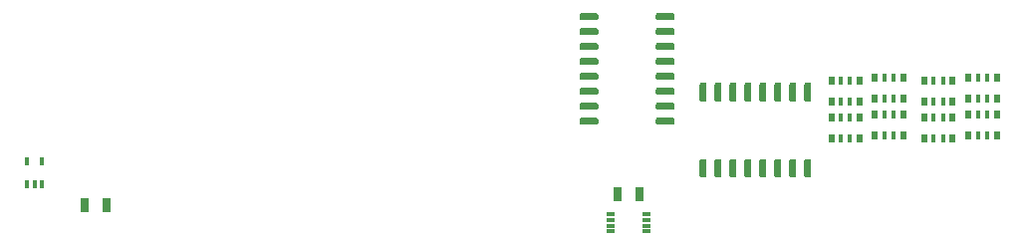
<source format=gbr>
G04 #@! TF.GenerationSoftware,KiCad,Pcbnew,(5.99.0-576-ga860ac506)*
G04 #@! TF.CreationDate,2020-08-23T19:59:58+02:00*
G04 #@! TF.ProjectId,50 pin to 34 pin Floppy Adapter,35302070-696e-4207-946f-203334207069,rev?*
G04 #@! TF.SameCoordinates,Original*
G04 #@! TF.FileFunction,Paste,Bot*
G04 #@! TF.FilePolarity,Positive*
%FSLAX46Y46*%
G04 Gerber Fmt 4.6, Leading zero omitted, Abs format (unit mm)*
G04 Created by KiCad (PCBNEW (5.99.0-576-ga860ac506)) date 2020-08-23 19:59:58*
%MOMM*%
%LPD*%
G04 APERTURE LIST*
%ADD10R,0.800000X0.300000*%
%ADD11R,0.400000X0.650000*%
%ADD12R,0.700000X1.300000*%
%ADD13R,0.500000X0.800000*%
%ADD14R,0.400000X0.800000*%
G04 APERTURE END LIST*
D10*
X85635500Y-39421500D03*
X85635500Y-38921500D03*
X85635500Y-38421500D03*
X85635500Y-37921500D03*
X88735500Y-37921500D03*
X88735500Y-38421500D03*
X88735500Y-38921500D03*
X88735500Y-39421500D03*
D11*
X37338000Y-33469500D03*
X36038000Y-33469500D03*
X36688000Y-35369500D03*
X36038000Y-35369500D03*
X37338000Y-35369500D03*
D12*
X88138000Y-36258500D03*
X86238000Y-36258500D03*
X40960000Y-37211000D03*
X42860000Y-37211000D03*
G36*
X84515903Y-29746918D02*
G01*
X84564566Y-29779434D01*
X84597082Y-29828097D01*
X84608500Y-29885500D01*
X84608500Y-30185500D01*
X84597082Y-30242903D01*
X84564566Y-30291566D01*
X84515903Y-30324082D01*
X84458500Y-30335500D01*
X83158500Y-30335500D01*
X83101097Y-30324082D01*
X83052434Y-30291566D01*
X83019918Y-30242903D01*
X83008500Y-30185500D01*
X83008500Y-29885500D01*
X83019918Y-29828097D01*
X83052434Y-29779434D01*
X83101097Y-29746918D01*
X83158500Y-29735500D01*
X84458500Y-29735500D01*
X84515903Y-29746918D01*
G37*
G36*
X84515903Y-28476918D02*
G01*
X84564566Y-28509434D01*
X84597082Y-28558097D01*
X84608500Y-28615500D01*
X84608500Y-28915500D01*
X84597082Y-28972903D01*
X84564566Y-29021566D01*
X84515903Y-29054082D01*
X84458500Y-29065500D01*
X83158500Y-29065500D01*
X83101097Y-29054082D01*
X83052434Y-29021566D01*
X83019918Y-28972903D01*
X83008500Y-28915500D01*
X83008500Y-28615500D01*
X83019918Y-28558097D01*
X83052434Y-28509434D01*
X83101097Y-28476918D01*
X83158500Y-28465500D01*
X84458500Y-28465500D01*
X84515903Y-28476918D01*
G37*
G36*
X84515903Y-27206918D02*
G01*
X84564566Y-27239434D01*
X84597082Y-27288097D01*
X84608500Y-27345500D01*
X84608500Y-27645500D01*
X84597082Y-27702903D01*
X84564566Y-27751566D01*
X84515903Y-27784082D01*
X84458500Y-27795500D01*
X83158500Y-27795500D01*
X83101097Y-27784082D01*
X83052434Y-27751566D01*
X83019918Y-27702903D01*
X83008500Y-27645500D01*
X83008500Y-27345500D01*
X83019918Y-27288097D01*
X83052434Y-27239434D01*
X83101097Y-27206918D01*
X83158500Y-27195500D01*
X84458500Y-27195500D01*
X84515903Y-27206918D01*
G37*
G36*
X84515903Y-25936918D02*
G01*
X84564566Y-25969434D01*
X84597082Y-26018097D01*
X84608500Y-26075500D01*
X84608500Y-26375500D01*
X84597082Y-26432903D01*
X84564566Y-26481566D01*
X84515903Y-26514082D01*
X84458500Y-26525500D01*
X83158500Y-26525500D01*
X83101097Y-26514082D01*
X83052434Y-26481566D01*
X83019918Y-26432903D01*
X83008500Y-26375500D01*
X83008500Y-26075500D01*
X83019918Y-26018097D01*
X83052434Y-25969434D01*
X83101097Y-25936918D01*
X83158500Y-25925500D01*
X84458500Y-25925500D01*
X84515903Y-25936918D01*
G37*
G36*
X84515903Y-24666918D02*
G01*
X84564566Y-24699434D01*
X84597082Y-24748097D01*
X84608500Y-24805500D01*
X84608500Y-25105500D01*
X84597082Y-25162903D01*
X84564566Y-25211566D01*
X84515903Y-25244082D01*
X84458500Y-25255500D01*
X83158500Y-25255500D01*
X83101097Y-25244082D01*
X83052434Y-25211566D01*
X83019918Y-25162903D01*
X83008500Y-25105500D01*
X83008500Y-24805500D01*
X83019918Y-24748097D01*
X83052434Y-24699434D01*
X83101097Y-24666918D01*
X83158500Y-24655500D01*
X84458500Y-24655500D01*
X84515903Y-24666918D01*
G37*
G36*
X84515903Y-23396918D02*
G01*
X84564566Y-23429434D01*
X84597082Y-23478097D01*
X84608500Y-23535500D01*
X84608500Y-23835500D01*
X84597082Y-23892903D01*
X84564566Y-23941566D01*
X84515903Y-23974082D01*
X84458500Y-23985500D01*
X83158500Y-23985500D01*
X83101097Y-23974082D01*
X83052434Y-23941566D01*
X83019918Y-23892903D01*
X83008500Y-23835500D01*
X83008500Y-23535500D01*
X83019918Y-23478097D01*
X83052434Y-23429434D01*
X83101097Y-23396918D01*
X83158500Y-23385500D01*
X84458500Y-23385500D01*
X84515903Y-23396918D01*
G37*
G36*
X84515903Y-22126918D02*
G01*
X84564566Y-22159434D01*
X84597082Y-22208097D01*
X84608500Y-22265500D01*
X84608500Y-22565500D01*
X84597082Y-22622903D01*
X84564566Y-22671566D01*
X84515903Y-22704082D01*
X84458500Y-22715500D01*
X83158500Y-22715500D01*
X83101097Y-22704082D01*
X83052434Y-22671566D01*
X83019918Y-22622903D01*
X83008500Y-22565500D01*
X83008500Y-22265500D01*
X83019918Y-22208097D01*
X83052434Y-22159434D01*
X83101097Y-22126918D01*
X83158500Y-22115500D01*
X84458500Y-22115500D01*
X84515903Y-22126918D01*
G37*
G36*
X84515903Y-20856918D02*
G01*
X84564566Y-20889434D01*
X84597082Y-20938097D01*
X84608500Y-20995500D01*
X84608500Y-21295500D01*
X84597082Y-21352903D01*
X84564566Y-21401566D01*
X84515903Y-21434082D01*
X84458500Y-21445500D01*
X83158500Y-21445500D01*
X83101097Y-21434082D01*
X83052434Y-21401566D01*
X83019918Y-21352903D01*
X83008500Y-21295500D01*
X83008500Y-20995500D01*
X83019918Y-20938097D01*
X83052434Y-20889434D01*
X83101097Y-20856918D01*
X83158500Y-20845500D01*
X84458500Y-20845500D01*
X84515903Y-20856918D01*
G37*
G36*
X91015903Y-20856918D02*
G01*
X91064566Y-20889434D01*
X91097082Y-20938097D01*
X91108500Y-20995500D01*
X91108500Y-21295500D01*
X91097082Y-21352903D01*
X91064566Y-21401566D01*
X91015903Y-21434082D01*
X90958500Y-21445500D01*
X89658500Y-21445500D01*
X89601097Y-21434082D01*
X89552434Y-21401566D01*
X89519918Y-21352903D01*
X89508500Y-21295500D01*
X89508500Y-20995500D01*
X89519918Y-20938097D01*
X89552434Y-20889434D01*
X89601097Y-20856918D01*
X89658500Y-20845500D01*
X90958500Y-20845500D01*
X91015903Y-20856918D01*
G37*
G36*
X91015903Y-22126918D02*
G01*
X91064566Y-22159434D01*
X91097082Y-22208097D01*
X91108500Y-22265500D01*
X91108500Y-22565500D01*
X91097082Y-22622903D01*
X91064566Y-22671566D01*
X91015903Y-22704082D01*
X90958500Y-22715500D01*
X89658500Y-22715500D01*
X89601097Y-22704082D01*
X89552434Y-22671566D01*
X89519918Y-22622903D01*
X89508500Y-22565500D01*
X89508500Y-22265500D01*
X89519918Y-22208097D01*
X89552434Y-22159434D01*
X89601097Y-22126918D01*
X89658500Y-22115500D01*
X90958500Y-22115500D01*
X91015903Y-22126918D01*
G37*
G36*
X91015903Y-23396918D02*
G01*
X91064566Y-23429434D01*
X91097082Y-23478097D01*
X91108500Y-23535500D01*
X91108500Y-23835500D01*
X91097082Y-23892903D01*
X91064566Y-23941566D01*
X91015903Y-23974082D01*
X90958500Y-23985500D01*
X89658500Y-23985500D01*
X89601097Y-23974082D01*
X89552434Y-23941566D01*
X89519918Y-23892903D01*
X89508500Y-23835500D01*
X89508500Y-23535500D01*
X89519918Y-23478097D01*
X89552434Y-23429434D01*
X89601097Y-23396918D01*
X89658500Y-23385500D01*
X90958500Y-23385500D01*
X91015903Y-23396918D01*
G37*
G36*
X91015903Y-24666918D02*
G01*
X91064566Y-24699434D01*
X91097082Y-24748097D01*
X91108500Y-24805500D01*
X91108500Y-25105500D01*
X91097082Y-25162903D01*
X91064566Y-25211566D01*
X91015903Y-25244082D01*
X90958500Y-25255500D01*
X89658500Y-25255500D01*
X89601097Y-25244082D01*
X89552434Y-25211566D01*
X89519918Y-25162903D01*
X89508500Y-25105500D01*
X89508500Y-24805500D01*
X89519918Y-24748097D01*
X89552434Y-24699434D01*
X89601097Y-24666918D01*
X89658500Y-24655500D01*
X90958500Y-24655500D01*
X91015903Y-24666918D01*
G37*
G36*
X91015903Y-25936918D02*
G01*
X91064566Y-25969434D01*
X91097082Y-26018097D01*
X91108500Y-26075500D01*
X91108500Y-26375500D01*
X91097082Y-26432903D01*
X91064566Y-26481566D01*
X91015903Y-26514082D01*
X90958500Y-26525500D01*
X89658500Y-26525500D01*
X89601097Y-26514082D01*
X89552434Y-26481566D01*
X89519918Y-26432903D01*
X89508500Y-26375500D01*
X89508500Y-26075500D01*
X89519918Y-26018097D01*
X89552434Y-25969434D01*
X89601097Y-25936918D01*
X89658500Y-25925500D01*
X90958500Y-25925500D01*
X91015903Y-25936918D01*
G37*
G36*
X91015903Y-27206918D02*
G01*
X91064566Y-27239434D01*
X91097082Y-27288097D01*
X91108500Y-27345500D01*
X91108500Y-27645500D01*
X91097082Y-27702903D01*
X91064566Y-27751566D01*
X91015903Y-27784082D01*
X90958500Y-27795500D01*
X89658500Y-27795500D01*
X89601097Y-27784082D01*
X89552434Y-27751566D01*
X89519918Y-27702903D01*
X89508500Y-27645500D01*
X89508500Y-27345500D01*
X89519918Y-27288097D01*
X89552434Y-27239434D01*
X89601097Y-27206918D01*
X89658500Y-27195500D01*
X90958500Y-27195500D01*
X91015903Y-27206918D01*
G37*
G36*
X91015903Y-28476918D02*
G01*
X91064566Y-28509434D01*
X91097082Y-28558097D01*
X91108500Y-28615500D01*
X91108500Y-28915500D01*
X91097082Y-28972903D01*
X91064566Y-29021566D01*
X91015903Y-29054082D01*
X90958500Y-29065500D01*
X89658500Y-29065500D01*
X89601097Y-29054082D01*
X89552434Y-29021566D01*
X89519918Y-28972903D01*
X89508500Y-28915500D01*
X89508500Y-28615500D01*
X89519918Y-28558097D01*
X89552434Y-28509434D01*
X89601097Y-28476918D01*
X89658500Y-28465500D01*
X90958500Y-28465500D01*
X91015903Y-28476918D01*
G37*
G36*
X91015903Y-29746918D02*
G01*
X91064566Y-29779434D01*
X91097082Y-29828097D01*
X91108500Y-29885500D01*
X91108500Y-30185500D01*
X91097082Y-30242903D01*
X91064566Y-30291566D01*
X91015903Y-30324082D01*
X90958500Y-30335500D01*
X89658500Y-30335500D01*
X89601097Y-30324082D01*
X89552434Y-30291566D01*
X89519918Y-30242903D01*
X89508500Y-30185500D01*
X89508500Y-29885500D01*
X89519918Y-29828097D01*
X89552434Y-29779434D01*
X89601097Y-29746918D01*
X89658500Y-29735500D01*
X90958500Y-29735500D01*
X91015903Y-29746918D01*
G37*
D13*
X112338000Y-29707000D03*
D14*
X113938000Y-29707000D03*
X113138000Y-29707000D03*
D13*
X114738000Y-29707000D03*
D14*
X113138000Y-31507000D03*
D13*
X112338000Y-31507000D03*
D14*
X113938000Y-31507000D03*
D13*
X114738000Y-31507000D03*
X116084500Y-29453000D03*
D14*
X117684500Y-29453000D03*
X116884500Y-29453000D03*
D13*
X118484500Y-29453000D03*
D14*
X116884500Y-31253000D03*
D13*
X116084500Y-31253000D03*
D14*
X117684500Y-31253000D03*
D13*
X118484500Y-31253000D03*
X112338000Y-26595500D03*
D14*
X113938000Y-26595500D03*
X113138000Y-26595500D03*
D13*
X114738000Y-26595500D03*
D14*
X113138000Y-28395500D03*
D13*
X112338000Y-28395500D03*
D14*
X113938000Y-28395500D03*
D13*
X114738000Y-28395500D03*
X116084500Y-26341500D03*
D14*
X117684500Y-26341500D03*
X116884500Y-26341500D03*
D13*
X118484500Y-26341500D03*
D14*
X116884500Y-28141500D03*
D13*
X116084500Y-28141500D03*
D14*
X117684500Y-28141500D03*
D13*
X118484500Y-28141500D03*
G36*
X102632903Y-26758918D02*
G01*
X102681566Y-26791434D01*
X102714082Y-26840097D01*
X102725500Y-26897500D01*
X102725500Y-28197500D01*
X102714082Y-28254903D01*
X102681566Y-28303566D01*
X102632903Y-28336082D01*
X102575500Y-28347500D01*
X102275500Y-28347500D01*
X102218097Y-28336082D01*
X102169434Y-28303566D01*
X102136918Y-28254903D01*
X102125500Y-28197500D01*
X102125500Y-26897500D01*
X102136918Y-26840097D01*
X102169434Y-26791434D01*
X102218097Y-26758918D01*
X102275500Y-26747500D01*
X102575500Y-26747500D01*
X102632903Y-26758918D01*
G37*
G36*
X101362903Y-26758918D02*
G01*
X101411566Y-26791434D01*
X101444082Y-26840097D01*
X101455500Y-26897500D01*
X101455500Y-28197500D01*
X101444082Y-28254903D01*
X101411566Y-28303566D01*
X101362903Y-28336082D01*
X101305500Y-28347500D01*
X101005500Y-28347500D01*
X100948097Y-28336082D01*
X100899434Y-28303566D01*
X100866918Y-28254903D01*
X100855500Y-28197500D01*
X100855500Y-26897500D01*
X100866918Y-26840097D01*
X100899434Y-26791434D01*
X100948097Y-26758918D01*
X101005500Y-26747500D01*
X101305500Y-26747500D01*
X101362903Y-26758918D01*
G37*
G36*
X100092903Y-26758918D02*
G01*
X100141566Y-26791434D01*
X100174082Y-26840097D01*
X100185500Y-26897500D01*
X100185500Y-28197500D01*
X100174082Y-28254903D01*
X100141566Y-28303566D01*
X100092903Y-28336082D01*
X100035500Y-28347500D01*
X99735500Y-28347500D01*
X99678097Y-28336082D01*
X99629434Y-28303566D01*
X99596918Y-28254903D01*
X99585500Y-28197500D01*
X99585500Y-26897500D01*
X99596918Y-26840097D01*
X99629434Y-26791434D01*
X99678097Y-26758918D01*
X99735500Y-26747500D01*
X100035500Y-26747500D01*
X100092903Y-26758918D01*
G37*
G36*
X98822903Y-26758918D02*
G01*
X98871566Y-26791434D01*
X98904082Y-26840097D01*
X98915500Y-26897500D01*
X98915500Y-28197500D01*
X98904082Y-28254903D01*
X98871566Y-28303566D01*
X98822903Y-28336082D01*
X98765500Y-28347500D01*
X98465500Y-28347500D01*
X98408097Y-28336082D01*
X98359434Y-28303566D01*
X98326918Y-28254903D01*
X98315500Y-28197500D01*
X98315500Y-26897500D01*
X98326918Y-26840097D01*
X98359434Y-26791434D01*
X98408097Y-26758918D01*
X98465500Y-26747500D01*
X98765500Y-26747500D01*
X98822903Y-26758918D01*
G37*
G36*
X97552903Y-26758918D02*
G01*
X97601566Y-26791434D01*
X97634082Y-26840097D01*
X97645500Y-26897500D01*
X97645500Y-28197500D01*
X97634082Y-28254903D01*
X97601566Y-28303566D01*
X97552903Y-28336082D01*
X97495500Y-28347500D01*
X97195500Y-28347500D01*
X97138097Y-28336082D01*
X97089434Y-28303566D01*
X97056918Y-28254903D01*
X97045500Y-28197500D01*
X97045500Y-26897500D01*
X97056918Y-26840097D01*
X97089434Y-26791434D01*
X97138097Y-26758918D01*
X97195500Y-26747500D01*
X97495500Y-26747500D01*
X97552903Y-26758918D01*
G37*
G36*
X96282903Y-26758918D02*
G01*
X96331566Y-26791434D01*
X96364082Y-26840097D01*
X96375500Y-26897500D01*
X96375500Y-28197500D01*
X96364082Y-28254903D01*
X96331566Y-28303566D01*
X96282903Y-28336082D01*
X96225500Y-28347500D01*
X95925500Y-28347500D01*
X95868097Y-28336082D01*
X95819434Y-28303566D01*
X95786918Y-28254903D01*
X95775500Y-28197500D01*
X95775500Y-26897500D01*
X95786918Y-26840097D01*
X95819434Y-26791434D01*
X95868097Y-26758918D01*
X95925500Y-26747500D01*
X96225500Y-26747500D01*
X96282903Y-26758918D01*
G37*
G36*
X95012903Y-26758918D02*
G01*
X95061566Y-26791434D01*
X95094082Y-26840097D01*
X95105500Y-26897500D01*
X95105500Y-28197500D01*
X95094082Y-28254903D01*
X95061566Y-28303566D01*
X95012903Y-28336082D01*
X94955500Y-28347500D01*
X94655500Y-28347500D01*
X94598097Y-28336082D01*
X94549434Y-28303566D01*
X94516918Y-28254903D01*
X94505500Y-28197500D01*
X94505500Y-26897500D01*
X94516918Y-26840097D01*
X94549434Y-26791434D01*
X94598097Y-26758918D01*
X94655500Y-26747500D01*
X94955500Y-26747500D01*
X95012903Y-26758918D01*
G37*
G36*
X93742903Y-26758918D02*
G01*
X93791566Y-26791434D01*
X93824082Y-26840097D01*
X93835500Y-26897500D01*
X93835500Y-28197500D01*
X93824082Y-28254903D01*
X93791566Y-28303566D01*
X93742903Y-28336082D01*
X93685500Y-28347500D01*
X93385500Y-28347500D01*
X93328097Y-28336082D01*
X93279434Y-28303566D01*
X93246918Y-28254903D01*
X93235500Y-28197500D01*
X93235500Y-26897500D01*
X93246918Y-26840097D01*
X93279434Y-26791434D01*
X93328097Y-26758918D01*
X93385500Y-26747500D01*
X93685500Y-26747500D01*
X93742903Y-26758918D01*
G37*
G36*
X93742903Y-33258918D02*
G01*
X93791566Y-33291434D01*
X93824082Y-33340097D01*
X93835500Y-33397500D01*
X93835500Y-34697500D01*
X93824082Y-34754903D01*
X93791566Y-34803566D01*
X93742903Y-34836082D01*
X93685500Y-34847500D01*
X93385500Y-34847500D01*
X93328097Y-34836082D01*
X93279434Y-34803566D01*
X93246918Y-34754903D01*
X93235500Y-34697500D01*
X93235500Y-33397500D01*
X93246918Y-33340097D01*
X93279434Y-33291434D01*
X93328097Y-33258918D01*
X93385500Y-33247500D01*
X93685500Y-33247500D01*
X93742903Y-33258918D01*
G37*
G36*
X95012903Y-33258918D02*
G01*
X95061566Y-33291434D01*
X95094082Y-33340097D01*
X95105500Y-33397500D01*
X95105500Y-34697500D01*
X95094082Y-34754903D01*
X95061566Y-34803566D01*
X95012903Y-34836082D01*
X94955500Y-34847500D01*
X94655500Y-34847500D01*
X94598097Y-34836082D01*
X94549434Y-34803566D01*
X94516918Y-34754903D01*
X94505500Y-34697500D01*
X94505500Y-33397500D01*
X94516918Y-33340097D01*
X94549434Y-33291434D01*
X94598097Y-33258918D01*
X94655500Y-33247500D01*
X94955500Y-33247500D01*
X95012903Y-33258918D01*
G37*
G36*
X96282903Y-33258918D02*
G01*
X96331566Y-33291434D01*
X96364082Y-33340097D01*
X96375500Y-33397500D01*
X96375500Y-34697500D01*
X96364082Y-34754903D01*
X96331566Y-34803566D01*
X96282903Y-34836082D01*
X96225500Y-34847500D01*
X95925500Y-34847500D01*
X95868097Y-34836082D01*
X95819434Y-34803566D01*
X95786918Y-34754903D01*
X95775500Y-34697500D01*
X95775500Y-33397500D01*
X95786918Y-33340097D01*
X95819434Y-33291434D01*
X95868097Y-33258918D01*
X95925500Y-33247500D01*
X96225500Y-33247500D01*
X96282903Y-33258918D01*
G37*
G36*
X97552903Y-33258918D02*
G01*
X97601566Y-33291434D01*
X97634082Y-33340097D01*
X97645500Y-33397500D01*
X97645500Y-34697500D01*
X97634082Y-34754903D01*
X97601566Y-34803566D01*
X97552903Y-34836082D01*
X97495500Y-34847500D01*
X97195500Y-34847500D01*
X97138097Y-34836082D01*
X97089434Y-34803566D01*
X97056918Y-34754903D01*
X97045500Y-34697500D01*
X97045500Y-33397500D01*
X97056918Y-33340097D01*
X97089434Y-33291434D01*
X97138097Y-33258918D01*
X97195500Y-33247500D01*
X97495500Y-33247500D01*
X97552903Y-33258918D01*
G37*
G36*
X98822903Y-33258918D02*
G01*
X98871566Y-33291434D01*
X98904082Y-33340097D01*
X98915500Y-33397500D01*
X98915500Y-34697500D01*
X98904082Y-34754903D01*
X98871566Y-34803566D01*
X98822903Y-34836082D01*
X98765500Y-34847500D01*
X98465500Y-34847500D01*
X98408097Y-34836082D01*
X98359434Y-34803566D01*
X98326918Y-34754903D01*
X98315500Y-34697500D01*
X98315500Y-33397500D01*
X98326918Y-33340097D01*
X98359434Y-33291434D01*
X98408097Y-33258918D01*
X98465500Y-33247500D01*
X98765500Y-33247500D01*
X98822903Y-33258918D01*
G37*
G36*
X100092903Y-33258918D02*
G01*
X100141566Y-33291434D01*
X100174082Y-33340097D01*
X100185500Y-33397500D01*
X100185500Y-34697500D01*
X100174082Y-34754903D01*
X100141566Y-34803566D01*
X100092903Y-34836082D01*
X100035500Y-34847500D01*
X99735500Y-34847500D01*
X99678097Y-34836082D01*
X99629434Y-34803566D01*
X99596918Y-34754903D01*
X99585500Y-34697500D01*
X99585500Y-33397500D01*
X99596918Y-33340097D01*
X99629434Y-33291434D01*
X99678097Y-33258918D01*
X99735500Y-33247500D01*
X100035500Y-33247500D01*
X100092903Y-33258918D01*
G37*
G36*
X101362903Y-33258918D02*
G01*
X101411566Y-33291434D01*
X101444082Y-33340097D01*
X101455500Y-33397500D01*
X101455500Y-34697500D01*
X101444082Y-34754903D01*
X101411566Y-34803566D01*
X101362903Y-34836082D01*
X101305500Y-34847500D01*
X101005500Y-34847500D01*
X100948097Y-34836082D01*
X100899434Y-34803566D01*
X100866918Y-34754903D01*
X100855500Y-34697500D01*
X100855500Y-33397500D01*
X100866918Y-33340097D01*
X100899434Y-33291434D01*
X100948097Y-33258918D01*
X101005500Y-33247500D01*
X101305500Y-33247500D01*
X101362903Y-33258918D01*
G37*
G36*
X102632903Y-33258918D02*
G01*
X102681566Y-33291434D01*
X102714082Y-33340097D01*
X102725500Y-33397500D01*
X102725500Y-34697500D01*
X102714082Y-34754903D01*
X102681566Y-34803566D01*
X102632903Y-34836082D01*
X102575500Y-34847500D01*
X102275500Y-34847500D01*
X102218097Y-34836082D01*
X102169434Y-34803566D01*
X102136918Y-34754903D01*
X102125500Y-34697500D01*
X102125500Y-33397500D01*
X102136918Y-33340097D01*
X102169434Y-33291434D01*
X102218097Y-33258918D01*
X102275500Y-33247500D01*
X102575500Y-33247500D01*
X102632903Y-33258918D01*
G37*
X106825500Y-31507000D03*
D14*
X106025500Y-31507000D03*
D13*
X104425500Y-31507000D03*
D14*
X105225500Y-31507000D03*
D13*
X106825500Y-29707000D03*
D14*
X105225500Y-29707000D03*
X106025500Y-29707000D03*
D13*
X104425500Y-29707000D03*
X108134000Y-29453000D03*
D14*
X109734000Y-29453000D03*
X108934000Y-29453000D03*
D13*
X110534000Y-29453000D03*
D14*
X108934000Y-31253000D03*
D13*
X108134000Y-31253000D03*
D14*
X109734000Y-31253000D03*
D13*
X110534000Y-31253000D03*
X106825500Y-28395500D03*
D14*
X106025500Y-28395500D03*
D13*
X104425500Y-28395500D03*
D14*
X105225500Y-28395500D03*
D13*
X106825500Y-26595500D03*
D14*
X105225500Y-26595500D03*
X106025500Y-26595500D03*
D13*
X104425500Y-26595500D03*
X108134000Y-26341500D03*
D14*
X109734000Y-26341500D03*
X108934000Y-26341500D03*
D13*
X110534000Y-26341500D03*
D14*
X108934000Y-28141500D03*
D13*
X108134000Y-28141500D03*
D14*
X109734000Y-28141500D03*
D13*
X110534000Y-28141500D03*
M02*

</source>
